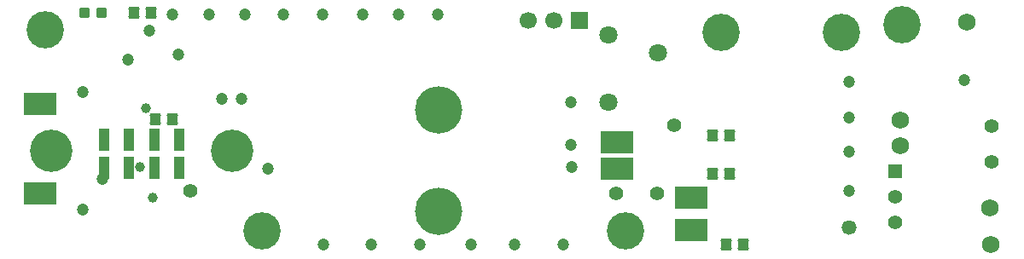
<source format=gts>
G04 Layer_Color=8388736*
%FSLAX42Y42*%
%MOMM*%
G71*
G01*
G75*
%ADD40R,3.20X2.20*%
G04:AMPARAMS|DCode=41|XSize=1mm|YSize=1mm|CornerRadius=0.2mm|HoleSize=0mm|Usage=FLASHONLY|Rotation=180.000|XOffset=0mm|YOffset=0mm|HoleType=Round|Shape=RoundedRectangle|*
%AMROUNDEDRECTD41*
21,1,1.00,0.60,0,0,180.0*
21,1,0.60,1.00,0,0,180.0*
1,1,0.40,-0.30,0.30*
1,1,0.40,0.30,0.30*
1,1,0.40,0.30,-0.30*
1,1,0.40,-0.30,-0.30*
%
%ADD41ROUNDEDRECTD41*%
%ADD42R,1.00X2.20*%
G04:AMPARAMS|DCode=43|XSize=1.2mm|YSize=1.1mm|CornerRadius=0.21mm|HoleSize=0mm|Usage=FLASHONLY|Rotation=90.000|XOffset=0mm|YOffset=0mm|HoleType=Round|Shape=RoundedRectangle|*
%AMROUNDEDRECTD43*
21,1,1.20,0.68,0,0,90.0*
21,1,0.78,1.10,0,0,90.0*
1,1,0.43,0.34,0.39*
1,1,0.43,0.34,-0.39*
1,1,0.43,-0.34,-0.39*
1,1,0.43,-0.34,0.39*
%
%ADD43ROUNDEDRECTD43*%
%ADD44C,4.20*%
%ADD45C,1.73*%
%ADD46C,1.40*%
%ADD47R,1.40X1.40*%
%ADD48C,3.70*%
%ADD49R,1.70X1.70*%
%ADD50C,1.70*%
%ADD51C,1.80*%
%ADD52C,4.70*%
%ADD53C,1.20*%
%ADD54C,1.00*%
%ADD55C,1.47*%
D40*
X250Y670D02*
D03*
X5970Y1180D02*
D03*
Y920D02*
D03*
X6710Y630D02*
D03*
Y310D02*
D03*
X250Y1560D02*
D03*
D41*
X855Y2470D02*
D03*
X685D02*
D03*
D42*
X880Y1210D02*
D03*
X1130D02*
D03*
X1380D02*
D03*
X1630D02*
D03*
Y930D02*
D03*
X1380D02*
D03*
X1130D02*
D03*
X880D02*
D03*
D43*
X1175Y2470D02*
D03*
X1345D02*
D03*
X1385Y1410D02*
D03*
X1555D02*
D03*
X6915Y870D02*
D03*
X7085D02*
D03*
X6915Y1250D02*
D03*
X7085D02*
D03*
X7220Y170D02*
D03*
X7050D02*
D03*
D44*
X355Y1095D02*
D03*
X2155D02*
D03*
D45*
X9680Y170D02*
D03*
X8780Y1150D02*
D03*
Y1400D02*
D03*
X9440Y2380D02*
D03*
X9667Y527D02*
D03*
D46*
X9690Y1340D02*
D03*
Y990D02*
D03*
X8730Y644D02*
D03*
Y390D02*
D03*
X5960Y670D02*
D03*
X6370Y670D02*
D03*
X1740Y700D02*
D03*
X6540Y1350D02*
D03*
D47*
X8730Y898D02*
D03*
D48*
X8800Y2350D02*
D03*
X6050Y300D02*
D03*
X2450D02*
D03*
X7000Y2270D02*
D03*
X8200D02*
D03*
X300Y2300D02*
D03*
D49*
X5600Y2390D02*
D03*
D50*
X5346D02*
D03*
X5092D02*
D03*
D51*
X6375Y2070D02*
D03*
X5885Y2250D02*
D03*
Y1580D02*
D03*
D52*
X4200Y500D02*
D03*
Y1500D02*
D03*
D53*
X9413Y1800D02*
D03*
X667Y1683D02*
D03*
Y513D02*
D03*
X2240Y1610D02*
D03*
X2050D02*
D03*
X5510Y1160D02*
D03*
Y1580D02*
D03*
X860Y820D02*
D03*
X5880Y1180D02*
D03*
X6000Y1130D02*
D03*
X1330Y2290D02*
D03*
X5520Y940D02*
D03*
X2510Y920D02*
D03*
X8274Y1787D02*
D03*
Y1427D02*
D03*
Y1087D02*
D03*
Y697D02*
D03*
X5440Y170D02*
D03*
X4950D02*
D03*
X4520D02*
D03*
X4010D02*
D03*
X3530D02*
D03*
X3060D02*
D03*
X3443Y2453D02*
D03*
X3800Y2450D02*
D03*
X4190D02*
D03*
X3050D02*
D03*
X2660D02*
D03*
X2280D02*
D03*
X1920D02*
D03*
X1560D02*
D03*
X1615Y2055D02*
D03*
X1120Y2000D02*
D03*
X6670Y620D02*
D03*
D54*
X1360Y635D02*
D03*
X1240Y940D02*
D03*
X1300Y1520D02*
D03*
D55*
X8274Y337D02*
D03*
M02*

</source>
